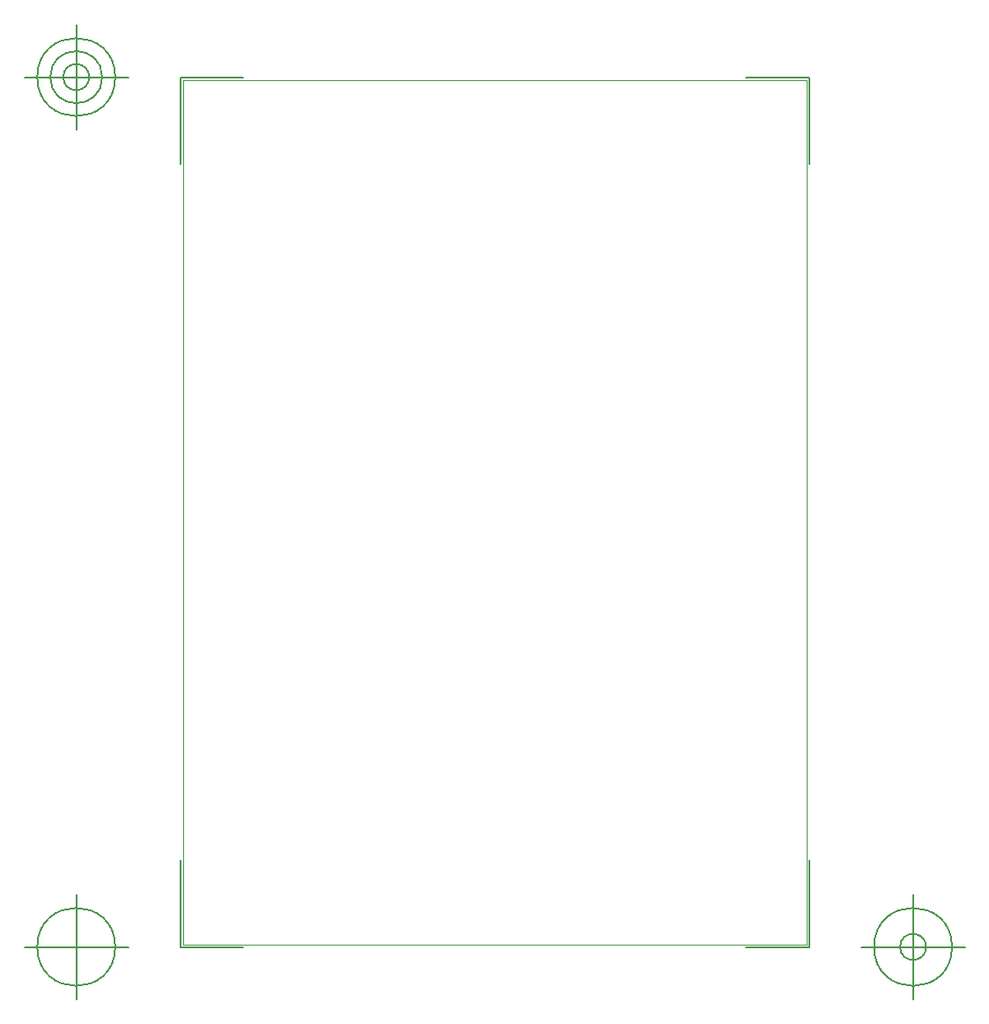
<source format=gbr>
G04 Generated by Ultiboard 11.0 *
%FSLAX25Y25*%
%MOIN*%

%ADD10C,0.00004*%
%ADD11C,0.00500*%


G04 ColorRGB 00FFFF for the following layer *
%LNBoard Outline*%
%LPD*%
%FSLAX25Y25*%
%MOIN*%
G54D10*
X102000Y-8000D02*
X338000Y-8000D01*
X338000Y-8000D02*
X338000Y319000D01*
X338000Y319000D02*
X102000Y319000D01*
X102000Y319000D02*
X102000Y-8000D01*
G54D11*
X101000Y-9000D02*
X101000Y23900D01*
X101000Y-9000D02*
X124800Y-9000D01*
X339000Y-9000D02*
X315200Y-9000D01*
X339000Y-9000D02*
X339000Y23900D01*
X339000Y320000D02*
X339000Y287100D01*
X339000Y320000D02*
X315200Y320000D01*
X101000Y320000D02*
X124800Y320000D01*
X101000Y320000D02*
X101000Y287100D01*
X81315Y-9000D02*
X41945Y-9000D01*
X61630Y-28685D02*
X61630Y10685D01*
X46866Y-9000D02*
G75*
D01*
G02X46866Y-9000I14764J0*
G01*
X358685Y-9000D02*
X398055Y-9000D01*
X378370Y-28685D02*
X378370Y10685D01*
X363606Y-9000D02*
G75*
D01*
G02X363606Y-9000I14764J0*
G01*
X373449Y-9000D02*
G75*
D01*
G02X373449Y-9000I4921J0*
G01*
X81315Y320000D02*
X41945Y320000D01*
X61630Y300315D02*
X61630Y339685D01*
X46866Y320000D02*
G75*
D01*
G02X46866Y320000I14764J0*
G01*
X51787Y320000D02*
G75*
D01*
G02X51787Y320000I9843J0*
G01*
X56709Y320000D02*
G75*
D01*
G02X56709Y320000I4921J0*
G01*

M00*

</source>
